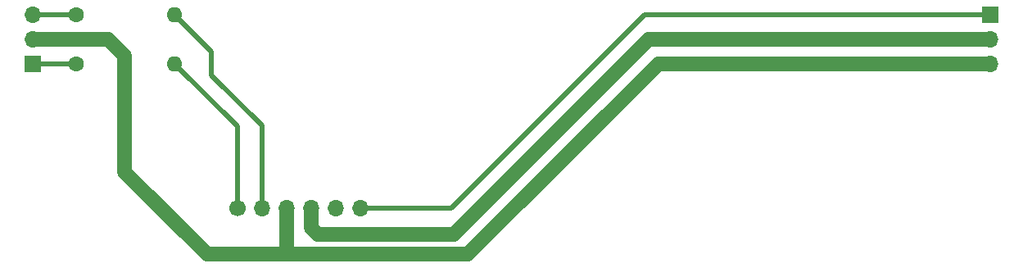
<source format=gbl>
G04 #@! TF.GenerationSoftware,KiCad,Pcbnew,(5.1.7)-1*
G04 #@! TF.CreationDate,2022-02-16T20:37:06+01:00*
G04 #@! TF.ProjectId,bluetooth-board,626c7565-746f-46f7-9468-2d626f617264,rev?*
G04 #@! TF.SameCoordinates,Original*
G04 #@! TF.FileFunction,Copper,L2,Bot*
G04 #@! TF.FilePolarity,Positive*
%FSLAX46Y46*%
G04 Gerber Fmt 4.6, Leading zero omitted, Abs format (unit mm)*
G04 Created by KiCad (PCBNEW (5.1.7)-1) date 2022-02-16 20:37:06*
%MOMM*%
%LPD*%
G01*
G04 APERTURE LIST*
G04 #@! TA.AperFunction,ComponentPad*
%ADD10R,1.700000X1.700000*%
G04 #@! TD*
G04 #@! TA.AperFunction,ComponentPad*
%ADD11O,1.700000X1.700000*%
G04 #@! TD*
G04 #@! TA.AperFunction,ComponentPad*
%ADD12C,1.700000*%
G04 #@! TD*
G04 #@! TA.AperFunction,ComponentPad*
%ADD13C,1.600000*%
G04 #@! TD*
G04 #@! TA.AperFunction,ComponentPad*
%ADD14O,1.600000X1.600000*%
G04 #@! TD*
G04 #@! TA.AperFunction,Conductor*
%ADD15C,0.500000*%
G04 #@! TD*
G04 #@! TA.AperFunction,Conductor*
%ADD16C,1.500000*%
G04 #@! TD*
G04 APERTURE END LIST*
D10*
X139500000Y-41750000D03*
D11*
X139500000Y-44290000D03*
X139500000Y-46830000D03*
D10*
X40500000Y-46830000D03*
D11*
X40500000Y-44290000D03*
X40500000Y-41750000D03*
D12*
X61650000Y-61750000D03*
D11*
X64190000Y-61750000D03*
X66730000Y-61750000D03*
X69270000Y-61750000D03*
X71810000Y-61750000D03*
X74350000Y-61750000D03*
D13*
X45000000Y-46830000D03*
D14*
X55160000Y-46830000D03*
D13*
X45000000Y-41750000D03*
D14*
X55160000Y-41750000D03*
D15*
X59000000Y-48000000D02*
X59000000Y-45590000D01*
X64190000Y-53190000D02*
X59000000Y-48000000D01*
X64190000Y-61750000D02*
X64190000Y-53190000D01*
X55160000Y-41750000D02*
X59000000Y-45590000D01*
X61650000Y-53320000D02*
X55160000Y-46830000D01*
X61650000Y-61750000D02*
X61650000Y-53320000D01*
D16*
X85475010Y-66524990D02*
X68024990Y-66524990D01*
X58524990Y-66524990D02*
X50000000Y-58000000D01*
X66730000Y-66279980D02*
X66975010Y-66524990D01*
X66730000Y-61750000D02*
X66730000Y-66279980D01*
X66975010Y-66524990D02*
X58524990Y-66524990D01*
X68024990Y-66524990D02*
X66975010Y-66524990D01*
X105170000Y-46830000D02*
X85475010Y-66524990D01*
X139500000Y-46830000D02*
X105170000Y-46830000D01*
X48290000Y-44290000D02*
X40500000Y-44290000D01*
X50000000Y-46000000D02*
X48290000Y-44290000D01*
X50000000Y-58000000D02*
X50000000Y-46000000D01*
D15*
X139500000Y-41750000D02*
X103750000Y-41750000D01*
X83750000Y-61750000D02*
X74350000Y-61750000D01*
X103750000Y-41750000D02*
X83750000Y-61750000D01*
X40500000Y-46830000D02*
X45000000Y-46830000D01*
X40500000Y-41750000D02*
X45000000Y-41750000D01*
D16*
X70000000Y-64500000D02*
X84000000Y-64500000D01*
X69270000Y-63770000D02*
X70000000Y-64500000D01*
X69270000Y-61750000D02*
X69270000Y-63770000D01*
X104210000Y-44290000D02*
X84000000Y-64500000D01*
X139500000Y-44290000D02*
X104210000Y-44290000D01*
M02*

</source>
